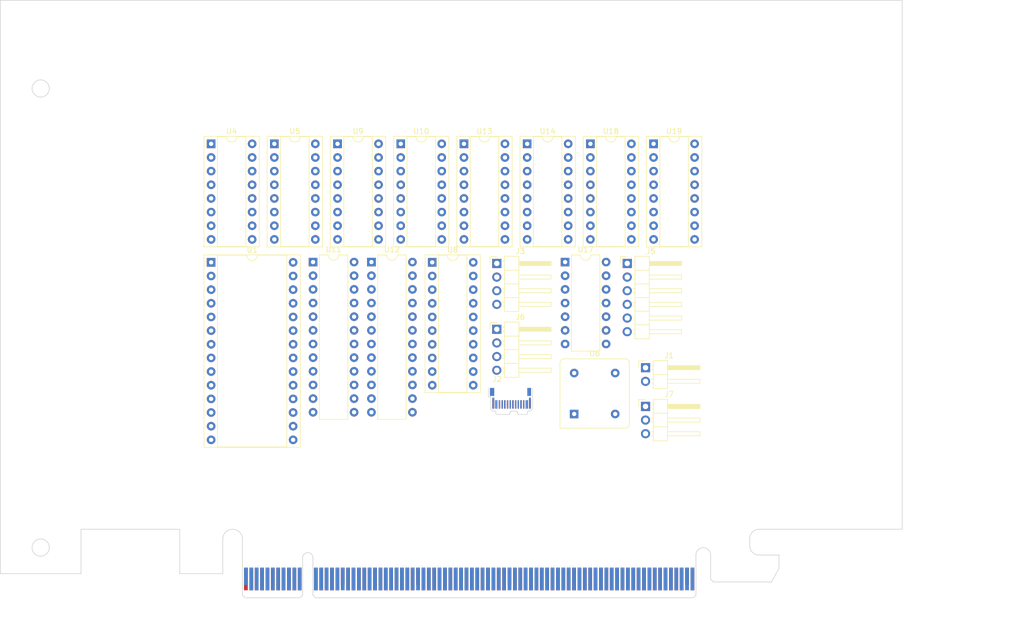
<source format=kicad_pcb>
(kicad_pcb (version 20240108) (generator "pcbnew") (generator_version "8.0")
  (layers (0 "F.Cu" signal) (31 "B.Cu" signal) (34 "B.Paste" user) (35 "F.Paste" user) (36 "B.SilkS" user "B.Silkscreen") (37 "F.SilkS" user "F.Silkscreen") (38 "B.Mask" user) (39 "F.Mask" user) (44 "Edge.Cuts" user))
  (net 0 "")
  (net 1 "GND")
  (net 2 "Net-(J1-Pin_1)")
  (net 3 "Net-(J3-Pin_3)")
  (net 4 "Net-(J3-Pin_2)")
  (net 5 "VCC")
  (net 6 "/~{LED_TX}")
  (net 7 "/~{USB_CFG}")
  (net 8 "/~{LED_RX}")
  (net 9 "/~{LED_I2C}")
  (net 10 "Net-(J2-D+)")
  (net 11 "Net-(J2-D-)")
  (net 12 "Net-(J7-Pin_2)")
  (net 13 "Net-(J7-Pin_1)")
  (net 15 "/D7")
  (net 16 "/D3")
  (net 17 "TxD")
  (net 18 "RxD")
  (net 19 "/~{RES}")
  (net 21 "/CLK")
  (net 22 "/~{IOCS1}")
  (net 23 "/D4")
  (net 25 "/D0")
  (net 26 "/~{WR}")
  (net 27 "/D2")
  (net 28 "/~{IRQ1}")
  (net 29 "/~{DSR}")
  (net 30 "/D5")
  (net 31 "/D1")
  (net 32 "/XTAL1")
  (net 33 "/A0")
  (net 34 "/D6")
  (net 35 "/A1")
  (net 37 "Net-(U14-S3)")
  (net 39 "/~{TX_START}")
  (net 40 "/~{TX_COMPLETE}")
  (net 42 "Net-(U14-S2)")
  (net 43 "Net-(U14-S4)")
  (net 45 "/~{BAUD_CLK}")
  (net 46 "/~{CTEN}")
  (net 49 "Net-(U14-S1)")
  (net 51 "Net-(U19-~{RCO})")
  (net 54 "/Q6")
  (net 55 "/Q5")
  (net 57 "Net-(U10-CLK)")
  (net 58 "/~{BAUD_LOAD}")
  (net 61 "/Q4")
  (net 62 "/Q7")
  (net 63 "/CR5")
  (net 64 "/CR1")
  (net 65 "/CR6")
  (net 66 "/CR7")
  (net 67 "/CTL_REG_WR")
  (net 68 "/CR4")
  (net 69 "/CR3")
  (net 70 "/CR2")
  (net 71 "/CR0")
  (net 72 "/Q15")
  (net 75 "/Q14")
  (net 76 "Net-(U10-~{RCO})")
  (net 77 "/Q13")
  (net 79 "/Q12")
  (net 84 "/Q9")
  (net 86 "/Q8")
  (net 87 "/Q10")
  (net 91 "/Q11")
  (net 94 "/Q0")
  (net 95 "/Q3")
  (net 96 "/~{CTL_REG_WR}")
  (net 104 "Net-(U17-VUSB)")
  (net 105 "Net-(U18-C1+)")
  (net 106 "Net-(U18-C2+)")
  (net 111 "Net-(U18-C1-)")
  (net 112 "Net-(U18-VS-)")
  (net 113 "Net-(U18-C2-)")
  (net 114 "Net-(U18-VS+)")
  (footprint "Package_DIP:DIP-24_W7.62mm" (layer "F.Cu") (at 126.535 88.265)
    (property "Reference" "U12" (at 3.81 -2.33 0) (layer "F.SilkS"))
    (property "Value" "ATF22V10")
    (pad "1" thru_hole rect (at 0 0) (size 1.6 1.6) (drill 0.8) (layers "*.Cu" "*.Mask") (net 5 "VCC"))
    (pad "2" thru_hole oval (at 0 2.54) (size 1.6 1.6) (drill 0.8) (layers "*.Cu" "*.Mask") (net 71 "/CR0"))
    (pad "3" thru_hole oval (at 0 5.08) (size 1.6 1.6) (drill 0.8) (layers "*.Cu" "*.Mask") (net 64 "/CR1"))
    (pad "4" thru_hole oval (at 0 7.62) (size 1.6 1.6) (drill 0.8) (layers "*.Cu" "*.Mask") (net 70 "/CR2"))
    (pad "5" thru_hole oval (at 0 10.16) (size 1.6 1.6) (drill 0.8) (layers "*.Cu" "*.Mask") (net 69 "/CR3"))
    (pad "6" thru_hole oval (at 0 12.7) (size 1.6 1.6) (drill 0.8) (layers "*.Cu" "*.Mask") (net 96 "/~{CTL_REG_WR}"))
    (pad "7" thru_hole oval (at 0 15.24) (size 1.6 1.6) (drill 0.8) (layers "*.Cu" "*.Mask") (net 39 "/~{TX_START}"))
    (pad "8" thru_hole oval (at 0 17.78) (size 1.6 1.6) (drill 0.8) (layers "*.Cu" "*.Mask") (net 40 "/~{TX_COMPLETE}"))
    (pad "9" thru_hole oval (at 0 20.32) (size 1.6 1.6) (drill 0.8) (layers "*.Cu" "*.Mask") (net 1 "GND"))
    (pad "10" thru_hole oval (at 0 22.86) (size 1.6 1.6) (drill 0.8) (layers "*.Cu" "*.Mask") (net 1 "GND"))
    (pad "11" thru_hole oval (at 0 25.4) (size 1.6 1.6) (drill 0.8) (layers "*.Cu" "*.Mask") (net 1 "GND"))
    (pad "12" thru_hole oval (at 0 27.94) (size 1.6 1.6) (drill 0.8) (layers "*.Cu" "*.Mask") (net 1 "GND"))
    (pad "13" thru_hole oval (at 7.62 27.94) (size 1.6 1.6) (drill 0.8) (layers "*.Cu" "*.Mask") (net 45 "/~{BAUD_CLK}"))
    (pad "14" thru_hole oval (at 7.62 25.4) (size 1.6 1.6) (drill 0.8) (layers "*.Cu" "*.Mask") (net 29 "/~{DSR}"))
    (pad "15" thru_hole oval (at 7.62 22.86) (size 1.6 1.6) (drill 0.8) (layers "*.Cu" "*.Mask") (net 58 "/~{BAUD_LOAD}"))
    (pad "16" thru_hole oval (at 7.62 20.32) (size 1.6 1.6) (drill 0.8) (layers "*.Cu" "*.Mask") (net 46 "/~{CTEN}"))
    (pad "17" thru_hole oval (at 7.62 17.78) (size 1.6 1.6) (drill 0.8) (layers "*.Cu" "*.Mask") (net 67 "/CTL_REG_WR"))
    (pad "18" thru_hole oval (at 7.62 15.24) (size 1.6 1.6) (drill 0.8) (layers "*.Cu" "*.Mask") (net 94 "/Q0"))
    (pad "19" thru_hole oval (at 7.62 12.7) (size 1.6 1.6) (drill 0.8) (layers "*.Cu" "*.Mask") (net 95 "/Q3"))
    (pad "20" thru_hole oval (at 7.62 10.16) (size 1.6 1.6) (drill 0.8) (layers "*.Cu" "*.Mask") (net 61 "/Q4"))
    (pad "21" thru_hole oval (at 7.62 7.62) (size 1.6 1.6) (drill 0.8) (layers "*.Cu" "*.Mask") (net 55 "/Q5"))
    (pad "22" thru_hole oval (at 7.62 5.08) (size 1.6 1.6) (drill 0.8) (layers "*.Cu" "*.Mask") (net 54 "/Q6"))
    (pad "23" thru_hole oval (at 7.62 2.54) (size 1.6 1.6) (drill 0.8) (layers "*.Cu" "*.Mask") (net 62 "/Q7"))
    (pad "24" thru_hole oval (at 7.62 0) (size 1.6 1.6) (drill 0.8) (layers "*.Cu" "*.Mask") (net 5 "VCC"))
  )
  (footprint "Connector_USB:USB_C_Plug_JAE_DX07P024AJ1" (layer "F.Cu") (at 152.5875 113.595)
    (property "Reference" "J2" (at -2.6925 -3.54 0) (layer "F.SilkS"))
    (property "Value" "USB_C")
    (fp_line (start -4.3 -1.93) (end -4.3 -0.2275) (stroke (width 0.1)) (layer "Edge.Cuts"))
    (fp_line (start -4.3 -0.2275) (end -3.9 -0.2275) (stroke (width 0.1)) (layer "Edge.Cuts"))
    (fp_line (start -3.9 1.9225) (end -3.9 -0.2275) (stroke (width 0.1)) (layer "Edge.Cuts"))
    (fp_line (start -3.53 2.3725) (end -3.9 1.9225) (stroke (width 0.1)) (layer "Edge.Cuts"))
    (fp_line (start -3.125 2.3725) (end -3.53 2.3725) (stroke (width 0.1)) (layer "Edge.Cuts"))
    (fp_line (start -2.925 2.8225) (end -2.925 2.5725) (stroke (width 0.1)) (layer "Edge.Cuts"))
    (fp_line (start -0.5 3.0225) (end -2.725 3.0225) (stroke (width 0.1)) (layer "Edge.Cuts"))
    (fp_line (start -0.3 2.6225) (end -0.3 2.8225) (stroke (width 0.1)) (layer "Edge.Cuts"))
    (fp_line (start -0.1 2.4225) (end 0.9 2.4225) (stroke (width 0.1)) (layer "Edge.Cuts"))
    (fp_line (start 1.1 2.8225) (end 1.1 2.6225) (stroke (width 0.1)) (layer "Edge.Cuts"))
    (fp_line (start 1.3 3.0225) (end 2.725 3.0225) (stroke (width 0.1)) (layer "Edge.Cuts"))
    (fp_line (start 2.925 2.8225) (end 2.925 2.5725) (stroke (width 0.1)) (layer "Edge.Cuts"))
    (fp_line (start 3.125 2.3725) (end 3.575 2.3725) (stroke (width 0.1)) (layer "Edge.Cuts"))
    (fp_line (start 3.575 2.3725) (end 3.9 1.9225) (stroke (width 0.1)) (layer "Edge.Cuts"))
    (fp_line (start 3.9 1.9225) (end 3.9 -1.9175) (stroke (width 0.1)) (layer "Edge.Cuts"))
    (fp_arc (start -3.125 2.3725) (mid -2.983579 2.431079) (end -2.925 2.5725) (stroke (width 0.1)) (layer "Edge.Cuts"))
    (fp_arc (start -2.725 3.0225) (mid -2.866421 2.963921) (end -2.925 2.8225) (stroke (width 0.1)) (layer "Edge.Cuts"))
    (fp_arc (start -0.3 2.6225) (mid -0.241421 2.481079) (end -0.1 2.4225) (stroke (width 0.1)) (layer "Edge.Cuts"))
    (fp_arc (start -0.3 2.8225) (mid -0.358579 2.963921) (end -0.5 3.0225) (stroke (width 0.1)) (layer "Edge.Cuts"))
    (fp_arc (start 0.9 2.4225) (mid 1.041421 2.481079) (end 1.1 2.6225) (stroke (width 0.1)) (layer "Edge.Cuts"))
    (fp_arc (start 1.3 3.0225) (mid 1.158579 2.963921) (end 1.1 2.8225) (stroke (width 0.1)) (layer "Edge.Cuts"))
    (fp_arc (start 2.925 2.5725) (mid 2.983579 2.431079) (end 3.125 2.3725) (stroke (width 0.1)) (layer "Edge.Cuts"))
    (fp_arc (start 2.925 2.8225) (mid 2.866421 2.963921) (end 2.725 3.0225) (stroke (width 0.1)) (layer "Edge.Cuts"))
    (pad "" smd rect (at -3.405 1.0475) (size 0.36 1.75) (layers "F.Cu" "F.Mask"))
    (pad "" smd rect (at 3.405 1.0475) (size 0.36 1.75) (layers "F.Cu" "F.Mask"))
    (pad "A1" smd rect (at 2.825 1.1475) (size 0.41 1.55) (layers "F.Cu" "F.Paste" "F.Mask"))
    (pad "A2" smd rect (at 2.25 1.1475) (size 0.26 1.55) (layers "F.Cu" "F.Paste" "F.Mask"))
    (pad "A3" smd rect (at 1.75 1.1475) (size 0.26 1.55) (layers "F.Cu" "F.Paste" "F.Mask"))
    (pad "A4" smd rect (at 1.25 1.1475) (size 0.26 1.55) (layers "F.Cu" "F.Paste" "F.Mask"))
    (pad "A5" smd rect (at 0.75 1.1475) (size 0.26 1.55) (layers "F.Cu" "F.Paste" "F.Mask"))
    (pad "A6" smd rect (at 0.25 1.1475 180) (size 0.26 1.55) (layers "F.Cu" "F.Paste" "F.Mask"))
    (pad "A7" smd rect (at -0.25 1.1475 180) (size 0.26 1.55) (layers "F.Cu" "F.Paste" "F.Mask"))
    (pad "A8" smd rect (at -0.75 1.1475) (size 0.26 1.55) (layers "F.Cu" "F.Paste" "F.Mask"))
    (pad "A9" smd rect (at -1.25 1.1475) (size 0.26 1.55) (layers "F.Cu" "F.Paste" "F.Mask"))
    (pad "A10" smd rect (at -1.75 1.1475) (size 0.26 1.55) (layers "F.Cu" "F.Paste" "F.Mask"))
    (pad "A11" smd rect (at -2.25 1.1475) (size 0.26 1.55) (layers "F.Cu" "F.Paste" "F.Mask"))
    (pad "A12" smd rect (at -2.825 1.1475) (size 0.41 1.55) (layers "F.Cu" "F.Paste" "F.Mask"))
    (pad "B1" smd rect (at -2.825 1.1475) (size 0.41 1.55) (layers "B.Cu" "B.Paste" "B.Mask"))
    (pad "B2" smd rect (at -2.25 1.1475) (size 0.26 1.55) (layers "B.Cu" "B.Paste" "B.Mask"))
    (pad "B3" smd rect (at -1.75 1.1475) (size 0.26 1.55) (layers "B.Cu" "B.Paste" "B.Mask"))
    (pad "B4" smd rect (at -1.25 1.1475) (size 0.26 1.55) (layers "B.Cu" "B.Paste" "B.Mask"))
    (pad "B5" smd rect (at -0.75 1.1475) (size 0.26 1.55) (layers "B.Cu" "B.Paste" "B.Mask"))
    (pad "B6" smd rect (at -0.25 1.1475 180) (size 0.26 1.55) (layers "B.Cu" "B.Paste" "B.Mask"))
    (pad "B7" smd rect (at 0.25 1.1475) (size 0.26 1.55) (layers "B.Cu" "B.Paste" "B.Mask"))
    (pad "B8" smd rect (at 0.75 1.1475) (size 0.26 1.55) (layers "B.Cu" "B.Paste" "B.Mask"))
    (pad "B9" smd rect (at 1.25 1.1475) (size 0.26 1.55) (layers "B.Cu" "B.Paste" "B.Mask"))
    (pad "B10" smd rect (at 1.75 1.1475) (size 0.26 1.55) (layers "B.Cu" "B.Paste" "B.Mask"))
    (pad "B11" smd rect (at 2.25 1.1475) (size 0.26 1.55) (layers "B.Cu" "B.Paste" "B.Mask"))
    (pad "B12" smd rect (at 2.825 1.1475) (size 0.41 1.55) (layers "B.Cu" "B.Paste" "B.Mask"))
    (pad "S1" smd rect (at -3.625 -1.1725) (size 0.8 1.5) (layers "B.Cu" "B.Paste" "B.Mask"))
    (pad "S1" smd rect (at -3.405 0.8975) (size 0.36 2.05) (layers "B.Cu" "B.Paste" "B.Mask"))
    (pad "S1" smd rect (at 3.27 -1.1725 180) (size 0.7 1.5) (layers "B.Cu" "B.Paste" "B.Mask"))
    (pad "S1" smd rect (at 3.405 0.8975) (size 0.36 2.05) (layers "B.Cu" "B.Paste" "B.Mask"))
  )
  (footprint "Oscillator:Oscillator_DIP-8" (layer "F.Cu") (at 164.225 116.525)
    (property "Reference" "U6" (at 3.81 -11.26 0) (layer "F.SilkS"))
    (property "Value" "1.8432 MHz")
    (pad "1" thru_hole rect (at 0 0) (size 1.6 1.6) (drill 0.8) (layers "*.Cu" "*.Mask") (net 5 "VCC"))
    (pad "4" thru_hole circle (at 7.62 0) (size 1.6 1.6) (drill 0.8) (layers "*.Cu" "*.Mask") (net 1 "GND"))
    (pad "5" thru_hole circle (at 7.62 -7.62) (size 1.6 1.6) (drill 0.8) (layers "*.Cu" "*.Mask") (net 32 "/XTAL1"))
    (pad "8" thru_hole circle (at 0 -7.62) (size 1.6 1.6) (drill 0.8) (layers "*.Cu" "*.Mask") (net 5 "VCC"))
  )
  (footprint "Package_DIP:DIP-16_W7.62mm_Socket" (layer "F.Cu") (at 178.985 66.265)
    (property "Reference" "U19" (at 3.81 -2.33 0) (layer "F.SilkS"))
    (property "Value" "74HC191")
    (pad "1" thru_hole rect (at 0 0) (size 1.6 1.6) (drill 0.8) (layers "*.Cu" "*.Mask") (net 1 "GND"))
    (pad "2" thru_hole oval (at 0 2.54) (size 1.6 1.6) (drill 0.8) (layers "*.Cu" "*.Mask"))
    (pad "3" thru_hole oval (at 0 5.08) (size 1.6 1.6) (drill 0.8) (layers "*.Cu" "*.Mask"))
    (pad "4" thru_hole oval (at 0 7.62) (size 1.6 1.6) (drill 0.8) (layers "*.Cu" "*.Mask") (net 46 "/~{CTEN}"))
    (pad "5" thru_hole oval (at 0 10.16) (size 1.6 1.6) (drill 0.8) (layers "*.Cu" "*.Mask") (net 5 "VCC"))
    (pad "6" thru_hole oval (at 0 12.7) (size 1.6 1.6) (drill 0.8) (layers "*.Cu" "*.Mask"))
    (pad "7" thru_hole oval (at 0 15.24) (size 1.6 1.6) (drill 0.8) (layers "*.Cu" "*.Mask"))
    (pad "8" thru_hole oval (at 0 17.78) (size 1.6 1.6) (drill 0.8) (layers "*.Cu" "*.Mask") (net 1 "GND"))
    (pad "9" thru_hole oval (at 7.62 17.78) (size 1.6 1.6) (drill 0.8) (layers "*.Cu" "*.Mask") (net 95 "/Q3"))
    (pad "10" thru_hole oval (at 7.62 15.24) (size 1.6 1.6) (drill 0.8) (layers "*.Cu" "*.Mask") (net 1 "GND"))
    (pad "11" thru_hole oval (at 7.62 12.7) (size 1.6 1.6) (drill 0.8) (layers "*.Cu" "*.Mask") (net 58 "/~{BAUD_LOAD}"))
    (pad "12" thru_hole oval (at 7.62 10.16) (size 1.6 1.6) (drill 0.8) (layers "*.Cu" "*.Mask"))
    (pad "13" thru_hole oval (at 7.62 7.62) (size 1.6 1.6) (drill 0.8) (layers "*.Cu" "*.Mask") (net 51 "Net-(U19-~{RCO})"))
    (pad "14" thru_hole oval (at 7.62 5.08) (size 1.6 1.6) (drill 0.8) (layers "*.Cu" "*.Mask") (net 32 "/XTAL1"))
    (pad "15" thru_hole oval (at 7.62 2.54) (size 1.6 1.6) (drill 0.8) (layers "*.Cu" "*.Mask") (net 94 "/Q0"))
    (pad "16" thru_hole oval (at 7.62 0) (size 1.6 1.6) (drill 0.8) (layers "*.Cu" "*.Mask") (net 5 "VCC"))
  )
  (footprint "Connector_PinHeader_2.54mm:PinHeader_1x04_P2.54mm_Horizontal" (layer "F.Cu") (at 149.835 88.515)
    (property "Reference" "J3" (at 4.385 -2.27 0) (layer "F.SilkS"))
    (property "Value" "I2C")
    (pad "1" thru_hole rect (at 0 0) (size 1.7 1.7) (drill 1) (layers "*.Cu" "*.Mask") (net 5 "VCC"))
    (pad "2" thru_hole oval (at 0 2.54) (size 1.7 1.7) (drill 1) (layers "*.Cu" "*.Mask") (net 4 "Net-(J3-Pin_2)"))
    (pad "3" thru_hole oval (at 0 5.08) (size 1.7 1.7) (drill 1) (layers "*.Cu" "*.Mask") (net 3 "Net-(J3-Pin_3)"))
    (pad "4" thru_hole oval (at 0 7.62) (size 1.7 1.7) (drill 1) (layers "*.Cu" "*.Mask") (net 1 "GND"))
  )
  (footprint "Connector_PinHeader_2.54mm:PinHeader_1x03_P2.54mm_Horizontal" (layer "F.Cu") (at 177.485 115.115)
    (property "Reference" "J7" (at 4.385 -2.27 0) (layer "F.SilkS"))
    (property "Value" "I2C")
    (pad "1" thru_hole rect (at 0 0) (size 1.7 1.7) (drill 1) (layers "*.Cu" "*.Mask") (net 13 "Net-(J7-Pin_1)"))
    (pad "2" thru_hole oval (at 0 2.54) (size 1.7 1.7) (drill 1) (layers "*.Cu" "*.Mask") (net 12 "Net-(J7-Pin_2)"))
    (pad "3" thru_hole oval (at 0 5.08) (size 1.7 1.7) (drill 1) (layers "*.Cu" "*.Mask") (net 1 "GND"))
  )
  (footprint "Package_DIP:DIP-16_W7.62mm_Socket" (layer "F.Cu") (at 131.985 66.265)
    (property "Reference" "U10" (at 3.81 -2.33 0) (layer "F.SilkS"))
    (property "Value" "74HC191")
    (pad "1" thru_hole rect (at 0 0) (size 1.6 1.6) (drill 0.8) (layers "*.Cu" "*.Mask") (net 84 "/Q9"))
    (pad "2" thru_hole oval (at 0 2.54) (size 1.6 1.6) (drill 0.8) (layers "*.Cu" "*.Mask"))
    (pad "3" thru_hole oval (at 0 5.08) (size 1.6 1.6) (drill 0.8) (layers "*.Cu" "*.Mask"))
    (pad "4" thru_hole oval (at 0 7.62) (size 1.6 1.6) (drill 0.8) (layers "*.Cu" "*.Mask") (net 46 "/~{CTEN}"))
    (pad "5" thru_hole oval (at 0 10.16) (size 1.6 1.6) (drill 0.8) (layers "*.Cu" "*.Mask") (net 5 "VCC"))
    (pad "6" thru_hole oval (at 0 12.7) (size 1.6 1.6) (drill 0.8) (layers "*.Cu" "*.Mask"))
    (pad "7" thru_hole oval (at 0 15.24) (size 1.6 1.6) (drill 0.8) (layers "*.Cu" "*.Mask"))
    (pad "8" thru_hole oval (at 0 17.78) (size 1.6 1.6) (drill 0.8) (layers "*.Cu" "*.Mask") (net 1 "GND"))
    (pad "9" thru_hole oval (at 7.62 17.78) (size 1.6 1.6) (drill 0.8) (layers "*.Cu" "*.Mask") (net 91 "/Q11"))
    (pad "10" thru_hole oval (at 7.62 15.24) (size 1.6 1.6) (drill 0.8) (layers "*.Cu" "*.Mask") (net 87 "/Q10"))
    (pad "11" thru_hole oval (at 7.62 12.7) (size 1.6 1.6) (drill 0.8) (layers "*.Cu" "*.Mask") (net 58 "/~{BAUD_LOAD}"))
    (pad "12" thru_hole oval (at 7.62 10.16) (size 1.6 1.6) (drill 0.8) (layers "*.Cu" "*.Mask"))
    (pad "13" thru_hole oval (at 7.62 7.62) (size 1.6 1.6) (drill 0.8) (layers "*.Cu" "*.Mask") (net 76 "Net-(U10-~{RCO})"))
    (pad "14" thru_hole oval (at 7.62 5.08) (size 1.6 1.6) (drill 0.8) (layers "*.Cu" "*.Mask") (net 57 "Net-(U10-CLK)"))
    (pad "15" thru_hole oval (at 7.62 2.54) (size 1.6 1.6) (drill 0.8) (layers "*.Cu" "*.Mask") (net 86 "/Q8"))
    (pad "16" thru_hole oval (at 7.62 0) (size 1.6 1.6) (drill 0.8) (layers "*.Cu" "*.Mask") (net 5 "VCC"))
  )
  (footprint "Connector_PinHeader_2.54mm:PinHeader_1x02_P2.54mm_Horizontal" (layer "F.Cu") (at 177.485 107.915)
    (property "Reference" "J1" (at 4.385 -2.27 0) (layer "F.SilkS"))
    (property "Value" "USB_RST")
    (pad "1" thru_hole rect (at 0 0) (size 1.7 1.7) (drill 1) (layers "*.Cu" "*.Mask") (net 2 "Net-(J1-Pin_1)"))
    (pad "2" thru_hole oval (at 0 2.54) (size 1.7 1.7) (drill 1) (layers "*.Cu" "*.Mask") (net 1 "GND"))
  )
  (footprint "Package_DIP:DIP-28_W15.24mm_Socket" (layer "F.Cu") (at 96.735 88.315)
    (property "Reference" "U1" (at 7.62 -2.33 0) (layer "F.SilkS"))
    (property "Value" "W65C51NxP")
    (pad "1" thru_hole rect (at 0 0) (size 1.6 1.6) (drill 0.8) (layers "*.Cu" "*.Mask") (net 1 "GND"))
    (pad "2" thru_hole oval (at 0 2.54) (size 1.6 1.6) (drill 0.8) (layers "*.Cu" "*.Mask") (net 5 "VCC"))
    (pad "3" thru_hole oval (at 0 5.08) (size 1.6 1.6) (drill 0.8) (layers "*.Cu" "*.Mask") (net 22 "/~{IOCS1}"))
    (pad "4" thru_hole oval (at 0 7.62) (size 1.6 1.6) (drill 0.8) (layers "*.Cu" "*.Mask") (net 19 "/~{RES}"))
    (pad "5" thru_hole oval (at 0 10.16) (size 1.6 1.6) (drill 0.8) (layers "*.Cu" "*.Mask"))
    (pad "6" thru_hole oval (at 0 12.7) (size 1.6 1.6) (drill 0.8) (layers "*.Cu" "*.Mask") (net 32 "/XTAL1"))
    (pad "7" thru_hole oval (at 0 15.24) (size 1.6 1.6) (drill 0.8) (layers "*.Cu" "*.Mask"))
    (pad "8" thru_hole oval (at 0 17.78) (size 1.6 1.6) (drill 0.8) (layers "*.Cu" "*.Mask"))
    (pad "9" thru_hole oval (at 0 20.32) (size 1.6 1.6) (drill 0.8) (layers "*.Cu" "*.Mask") (net 1 "GND"))
    (pad "10" thru_hole oval (at 0 22.86) (size 1.6 1.6) (drill 0.8) (layers "*.Cu" "*.Mask") (net 17 "TxD"))
    (pad "11" thru_hole oval (at 0 25.4) (size 1.6 1.6) (drill 0.8) (layers "*.Cu" "*.Mask"))
    (pad "12" thru_hole oval (at 0 27.94) (size 1.6 1.6) (drill 0.8) (layers "*.Cu" "*.Mask") (net 18 "RxD"))
    (pad "13" thru_hole oval (at 0 30.48) (size 1.6 1.6) (drill 0.8) (layers "*.Cu" "*.Mask") (net 33 "/A0"))
    (pad "14" thru_hole oval (at 0 33.02) (size 1.6 1.6) (drill 0.8) (layers "*.Cu" "*.Mask") (net 35 "/A1"))
    (pad "15" thru_hole oval (at 15.24 33.02) (size 1.6 1.6) (drill 0.8) (layers "*.Cu" "*.Mask") (net 5 "VCC"))
    (pad "16" thru_hole oval (at 15.24 30.48) (size 1.6 1.6) (drill 0.8) (layers "*.Cu" "*.Mask") (net 1 "GND"))
    (pad "17" thru_hole oval (at 15.24 27.94) (size 1.6 1.6) (drill 0.8) (layers "*.Cu" "*.Mask") (net 29 "/~{DSR}"))
    (pad "18" thru_hole oval (at 15.24 25.4) (size 1.6 1.6) (drill 0.8) (layers "*.Cu" "*.Mask") (net 25 "/D0"))
    (pad "19" thru_hole oval (at 15.24 22.86) (size 1.6 1.6) (drill 0.8) (layers "*.Cu" "*.Mask") (net 31 "/D1"))
    (pad "20" thru_hole oval (at 15.24 20.32) (size 1.6 1.6) (drill 0.8) (layers "*.Cu" "*.Mask") (net 27 "/D2"))
    (pad "21" thru_hole oval (at 15.24 17.78) (size 1.6 1.6) (drill 0.8) (layers "*.Cu" "*.Mask") (net 16 "/D3"))
    (pad "22" thru_hole oval (at 15.24 15.24) (size 1.6 1.6) (drill 0.8) (layers "*.Cu" "*.Mask") (net 23 "/D4"))
    (pad "23" thru_hole oval (at 15.24 12.7) (size 1.6 1.6) (drill 0.8) (layers "*.Cu" "*.Mask") (net 30 "/D5"))
    (pad "24" thru_hole oval (at 15.24 10.16) (size 1.6 1.6) (drill 0.8) (layers "*.Cu" "*.Mask") (net 34 "/D6"))
    (pad "25" thru_hole oval (at 15.24 7.62) (size 1.6 1.6) (drill 0.8) (layers "*.Cu" "*.Mask") (net 15 "/D7"))
    (pad "26" thru_hole oval (at 15.24 5.08) (size 1.6 1.6) (drill 0.8) (layers "*.Cu" "*.Mask") (net 28 "/~{IRQ1}"))
    (pad "27" thru_hole oval (at 15.24 2.54) (size 1.6 1.6) (drill 0.8) (layers "*.Cu" "*.Mask") (net 21 "/CLK"))
    (pad "28" thru_hole oval (at 15.24 0) (size 1.6 1.6) (drill 0.8) (layers "*.Cu" "*.Mask") (net 26 "/~{WR}"))
  )
  (footprint "Package_DIP:DIP-16_W7.62mm_Socket" (layer "F.Cu") (at 143.735 66.265)
    (property "Reference" "U13" (at 3.81 -2.33 0) (layer "F.SilkS"))
    (property "Value" "74HC138")
    (pad "1" thru_hole rect (at 0 0) (size 1.6 1.6) (drill 0.8) (layers "*.Cu" "*.Mask") (net 33 "/A0"))
    (pad "2" thru_hole oval (at 0 2.54) (size 1.6 1.6) (drill 0.8) (layers "*.Cu" "*.Mask") (net 35 "/A1"))
    (pad "3" thru_hole oval (at 0 5.08) (size 1.6 1.6) (drill 0.8) (layers "*.Cu" "*.Mask") (net 1 "GND"))
    (pad "4" thru_hole oval (at 0 7.62) (size 1.6 1.6) (drill 0.8) (layers "*.Cu" "*.Mask") (net 26 "/~{WR}"))
    (pad "5" thru_hole oval (at 0 10.16) (size 1.6 1.6) (drill 0.8) (layers "*.Cu" "*.Mask") (net 22 "/~{IOCS1}"))
    (pad "6" thru_hole oval (at 0 12.7) (size 1.6 1.6) (drill 0.8) (layers "*.Cu" "*.Mask") (net 5 "VCC"))
    (pad "7" thru_hole oval (at 0 15.24) (size 1.6 1.6) (drill 0.8) (layers "*.Cu" "*.Mask"))
    (pad "8" thru_hole oval (at 0 17.78) (size 1.6 1.6) (drill 0.8) (layers "*.Cu" "*.Mask") (net 1 "GND"))
    (pad "9" thru_hole oval (at 7.62 17.78) (size 1.6 1.6) (drill 0.8) (layers "*.Cu" "*.Mask"))
    (pad "10" thru_hole oval (at 7.62 15.24) (size 1.6 1.6) (drill 0.8) (layers "*.Cu" "*.Mask"))
    (pad "11" thru_hole oval (at 7.62 12.7) (size 1.6 1.6) (drill 0.8) (layers "*.Cu" "*.Mask"))
    (pad "12" thru_hole oval (at 7.62 10.16) (size 1.6 1.6) (drill 0.8) (layers "*.Cu" "*.Mask") (net 96 "/~{CTL_REG_WR}"))
    (pad "13" thru_hole oval (at 7.62 7.62) (size 1.6 1.6) (drill 0.8) (layers "*.Cu" "*.Mask"))
    (pad "14" thru_hole oval (at 7.62 5.08) (size 1.6 1.6) (drill 0.8) (layers "*.Cu" "*.Mask"))
    (pad "15" thru_hole oval (at 7.62 2.54) (size 1.6 1.6) (drill 0.8) (layers "*.Cu" "*.Mask") (net 39 "/~{TX_START}"))
    (pad "16" thru_hole oval (at 7.62 0) (size 1.6 1.6) (drill 0.8) (layers "*.Cu" "*.Mask") (net 5 "VCC"))
  )
  (footprint "Package_DIP:DIP-14_W7.62mm" (layer "F.Cu") (at 162.535 88.265)
    (property "Reference" "U17" (at 3.81 -2.33 0) (layer "F.SilkS"))
    (property "Value" "MCP2221AxP")
    (pad "1" thru_hole rect (at 0 0) (size 1.6 1.6) (drill 0.8) (layers "*.Cu" "*.Mask") (net 5 "VCC"))
    (pad "2" thru_hole oval (at 0 2.54) (size 1.6 1.6) (drill 0.8) (layers "*.Cu" "*.Mask") (net 6 "/~{LED_TX}"))
    (pad "3" thru_hole oval (at 0 5.08) (size 1.6 1.6) (drill 0.8) (layers "*.Cu" "*.Mask") (net 8 "/~{LED_RX}"))
    (pad "4" thru_hole oval (at 0 7.62) (size 1.6 1.6) (drill 0.8) (layers "*.Cu" "*.Mask") (net 2 "Net-(J1-Pin_1)"))
    (pad "5" thru_hole oval (at 0 10.16) (size 1.6 1.6) (drill 0.8) (layers "*.Cu" "*.Mask") (net 17 "TxD"))
    (pad "6" thru_hole oval (at 0 12.7) (size 1.6 1.6) (drill 0.8) (layers "*.Cu" "*.Mask") (net 18 "RxD"))
    (pad "7" thru_hole oval (at 0 15.24) (size 1.6 1.6) (drill 0.8) (layers "*.Cu" "*.Mask") (net 7 "/~{USB_CFG}"))
    (pad "8" thru_hole oval (at 7.62 15.24) (size 1.6 1.6) (drill 0.8) (layers "*.Cu" "*.Mask") (net 9 "/~{LED_I2C}"))
    (pad "9" thru_hole oval (at 7.62 12.7) (size 1.6 1.6) (drill 0.8) (layers "*.Cu" "*.Mask") (net 4 "Net-(J3-Pin_2)"))
    (pad "10" thru_hole oval (at 7.62 10.16) (size 1.6 1.6) (drill 0.8) (layers "*.Cu" "*.Mask") (net 3 "Net-(J3-Pin_3)"))
    (pad "11" thru_hole oval (at 7.62 7.62) (size 1.6 1.6) (drill 0.8) (layers "*.Cu" "*.Mask") (net 104 "Net-(U17-VUSB)"))
    (pad "12" thru_hole oval (at 7.62 5.08) (size 1.6 1.6) (drill 0.8) (layers "*.Cu" "*.Mask") (net 11 "Net-(J2-D-)"))
    (pad "13" thru_hole oval (at 7.62 2.54) (size 1.6 1.6) (drill 0.8) (layers "*.Cu" "*.Mask") (net 10 "Net-(J2-D+)"))
    (pad "14" thru_hole oval (at 7.62 0) (size 1.6 1.6) (drill 0.8) (layers "*.Cu" "*.Mask") (net 1 "GND"))
  )
  (footprint "Connector_PinHeader_2.54mm:PinHeader_1x04_P2.54mm_Horizontal" (layer "F.Cu") (at 149.835 100.765)
    (property "Reference" "J6" (at 4.385 -2.27 0) (layer "F.SilkS"))
    (property "Value" "I2C")
    (pad "1" thru_hole rect (at 0 0) (size 1.7 1.7) (drill 1) (layers "*.Cu" "*.Mask") (net 5 "VCC"))
    (pad "2" thru_hole oval (at 0 2.54) (size 1.7 1.7) (drill 1) (layers "*.Cu" "*.Mask") (net 10 "Net-(J2-D+)"))
    (pad "3" thru_hole oval (at 0 5.08) (size 1.7 1.7) (drill 1) (layers "*.Cu" "*.Mask") (net 11 "Net-(J2-D-)"))
    (pad "4" thru_hole oval (at 0 7.62) (size 1.7 1.7) (drill 1) (layers "*.Cu" "*.Mask") (net 1 "GND"))
  )
  (footprint "BB816-MATX-PCIE:PCIexpress_x16_HW_FH" (layer "F.Cu") (at 102.7 150.72)
    (property "Reference" "J3" (hide yes))
    (property "Value" "BB816_BreakoutA27_PCIex16")
    (fp_line (start -45.15 -111.15) (end -45.15 -4.5) (stroke (width 0.12)) (layer "Edge.Cuts"))
    (fp_line (start -45.15 -111.15) (end 122.5 -111.15) (stroke (width 0.12)) (layer "Edge.Cuts"))
    (fp_line (start -30.15 -12.75) (end -11.8 -12.75) (stroke (width 0.12)) (layer "Edge.Cuts"))
    (fp_line (start -30.15 -4.5) (end -45.15 -4.5) (stroke (width 0.12)) (layer "Edge.Cuts"))
    (fp_line (start -30.15 -4.5) (end -30.15 -12.75) (stroke (width 0.12)) (layer "Edge.Cuts"))
    (fp_line (start -11.8 -4.5) (end -11.8 -12.75) (stroke (width 0.12)) (layer "Edge.Cuts"))
    (fp_line (start -11.8 -4.5) (end -3.8 -4.5) (stroke (width 0.12)) (layer "Edge.Cuts"))
    (fp_line (start -3.8 -4.5) (end -3.8 -10.925) (stroke (width 0.12)) (layer "Edge.Cuts"))
    (fp_line (start -0.15 -0.5) (end -0.15 -10.925) (stroke (width 0.12)) (layer "Edge.Cuts"))
    (fp_line (start -0.15 -0.5) (end 0.35 0) (stroke (width 0.12)) (layer "Edge.Cuts"))
    (fp_line (start 0.35 0) (end 10.55 0) (stroke (width 0.12)) (layer "Edge.Cuts"))
    (fp_line (start 11.05 -7.45) (end 11.05 -0.5) (stroke (width 0.12)) (layer "Edge.Cuts"))
    (fp_line (start 11.05 -0.5) (end 10.55 0) (stroke (width 0.12)) (layer "Edge.Cuts"))
    (fp_line (start 12.95 -7.45) (end 12.95 -0.5) (stroke (width 0.12)) (layer "Edge.Cuts"))
    (fp_line (start 12.95 -0.5) (end 13.45 0) (stroke (width 0.12)) (layer "Edge.Cuts"))
    (fp_line (start 13.45 0) (end 83.65 0) (stroke (width 0.12)) (layer "Edge.Cuts"))
    (fp_line (start 84.15 -0.5) (end 83.65 0) (stroke (width 0.12)) (layer "Edge.Cuts"))
    (fp_line (start 84.15 -0.5) (end 84.15 -7.95) (stroke (width 0.12)) (layer "Edge.Cuts"))
    (fp_line (start 86.9 -3.45) (end 86.9 -7.95) (stroke (width 0.12)) (layer "Edge.Cuts"))
    (fp_line (start 86.9 -3.45) (end 87.4 -2.95) (stroke (width 0.12)) (layer "Edge.Cuts"))
    (fp_line (start 87.4 -2.95) (end 98.2 -2.95) (stroke (width 0.12)) (layer "Edge.Cuts"))
    (fp_line (start 94.15 -11) (end 94.15 -9.7) (stroke (width 0.12)) (layer "Edge.Cuts"))
    (fp_line (start 95.9 -12.75) (end 122.5 -12.75) (stroke (width 0.12)) (layer "Edge.Cuts"))
    (fp_line (start 95.9 -7.95) (end 99.6 -7.95) (stroke (width 0.12)) (layer "Edge.Cuts"))
    (fp_line (start 98.2 -2.95) (end 99.6 -5.5) (stroke (width 0.12)) (layer "Edge.Cuts"))
    (fp_line (start 99.6 -5.5) (end 99.6 -7.95) (stroke (width 0.12)) (layer "Edge.Cuts"))
    (fp_line (start 122.5 -111.15) (end 122.5 -12.75) (stroke (width 0.12)) (layer "Edge.Cuts"))
    (fp_arc (start -3.8 -10.925) (mid -1.975 -12.75) (end -0.15 -10.925) (stroke (width 0.12)) (layer "Edge.Cuts"))
    (fp_arc (start 11.05 -7.45) (mid 12 -8.4) (end 12.95 -7.45) (stroke (width 0.12)) (layer "Edge.Cuts"))
    (fp_arc (start 84.15 -7.95) (mid 85.525 -9.325) (end 86.9 -7.95) (stroke (width 0.12)) (layer "Edge.Cuts"))
    (fp_arc (start 94.15 -11) (mid 94.662563 -12.237437) (end 95.9 -12.75) (stroke (width 0.12)) (layer "Edge.Cuts"))
    (fp_arc (start 95.9 -7.95) (mid 94.662563 -8.462563) (end 94.15 -9.7) (stroke (width 0.12)) (layer "Edge.Cuts"))
    (fp_circle (center -37.65 -94.75) (end -36.05 -94.75) (stroke (width 0.12)) (fill none) (layer "Edge.Cuts"))
    (fp_circle (center -37.65 -9.35) (end -36.05 -9.35) (stroke (width 0.12)) (fill none) (layer "Edge.Cuts"))
    (pad "A1" connect rect (at 0.5 -4) (size 0.7 3.2) (layers "B.Cu"))
    (pad "A2" connect rect (at 1.5 -3.5) (size 0.7 4.2) (layers "B.Cu"))
    (pad "A3" connect rect (at 2.5 -3.5) (size 0.7 4.2) (layers "B.Cu"))
    (pad "A4" connect rect (at 3.5 -3.5) (size 0.7 4.2) (layers "B.Cu"))
    (pad "A5" connect rect (at 4.5 -3.5) (size 0.7 4.2) (layers "B.Cu"))
    (pad "A6" connect rect (at 5.5 -3.5) (size 0.7 4.2) (layers "B.Cu"))
    (pad "A7" connect rect (at 6.5 -3.5) (size 0.7 4.2) (layers "B.Cu"))
    (pad "A8" connect rect (at 7.5 -3.5) (size 0.7 4.2) (layers "B.Cu"))
    (pad "A9" connect rect (at 8.5 -3.5) (size 0.7 4.2) (layers "B.Cu"))
    (pad "A10" connect rect (at 9.5 -3.5) (size 0.7 4.2) (layers "B.Cu"))
    (pad "A11" connect rect (at 10.5 -3.5) (size 0.7 4.2) (layers "B.Cu"))
    (pad "A12" connect rect (at 13.5 -3.5) (size 0.7 4.2) (layers "B.Cu"))
    (pad "A13" connect rect (at 14.5 -3.5) (size 0.7 4.2) (layers "B.Cu"))
    (pad "A14" connect rect (at 15.5 -3.5) (size 0.7 4.2) (layers "B.Cu"))
    (pad "A15" connect rect (at 16.5 -3.5) (size 0.7 4.2) (layers "B.Cu"))
    (pad "A16" connect rect (at 17.5 -3.5) (size 0.7 4.2) (layers "B.Cu"))
    (pad "A17" connect rect (at 18.5 -3.5) (size 0.7 4.2) (layers "B.Cu"))
    (pad "A18" connect rect (at 19.5 -3.5) (size 0.7 4.2) (layers "B.Cu"))
    (pad "A19" connect rect (at 20.5 -3.5) (size 0.7 4.2) (layers "B.Cu"))
    (pad "A20" connect rect (at 21.5 -3.5) (size 0.7 4.2) (layers "B.Cu"))
    (pad "A21" connect rect (at 22.5 -3.5) (size 0.7 4.2) (layers "B.Cu"))
    (pad "A22" connect rect (at 23.5 -3.5) (size 0.7 4.2) (layers "B.Cu"))
    (pad "A23" connect rect (at 24.5 -3.5) (size 0.7 4.2) (layers "B.Cu"))
    (pad "A24" connect rect (at 25.5 -3.5) (size 0.7 4.2) (layers "B.Cu"))
    (pad "A25" connect rect (at 26.5 -3.5) (size 0.7 4.2) (layers "B.Cu"))
    (pad "A26" connect rect (at 27.5 -3.5) (size 0.7 4.2) (layers "B.Cu"))
    (pad "A27" connect rect (at 28.5 -3.5) (size 0.7 4.2) (layers "B.Cu"))
    (pad "A28" connect rect (at 29.5 -3.5) (size 0.7 4.2) (layers "B.Cu"))
    (pad "A29" connect rect (at 30.5 -3.5) (size 0.7 4.2) (layers "B.Cu"))
    (pad "A30" connect rect (at 31.5 -3.5) (size 0.7 4.2) (layers "B.Cu"))
    (pad "A31" connect rect (at 32.5 -3.5) (size 0.7 4.2) (layers "B.Cu"))
    (pad "A32" connect rect (at 33.5 -3.5) (size 0.7 4.2) (layers "B.Cu"))
    (pad "A33" connect rect (at 34.5 -3.5) (size 0.7 4.2) (layers "B.Cu"))
    (pad "A34" connect rect (at 35.5 -3.5) (size 0.7 4.2) (layers "B.Cu"))
    (pad "A35" connect rect (at 36.5 -3.5) (size 0.7 4.2) (layers "B.Cu"))
    (pad "A36" connect rect (at 37.5 -3.5) (size 0.7 4.2) (layers "B.Cu"))
    (pad "A37" connect rect (at 38.5 -3.5) (size 0.7 4.2) (layers "B.Cu"))
    (pad "A38" connect rect (at 39.5 -3.5) (size 0.7 4.2) (layers "B.Cu"))
    (pad "A39" connect rect (at 40.5 -3.5) (size 0.7 4.2) (layers "B.Cu"))
    (pad "A40" connect rect (at 41.5 -3.5) (size 0.7 4.2) (layers "B.Cu"))
    (pad "A41" connect rect (at 42.5 -3.5) (size 0.7 4.2) (layers "B.Cu"))
    (pad "A42" connect rect (at 43.5 -3.5) (size 0.7 4.2) (layers "B.Cu"))
    (pad "A43" connect rect (at 44.5 -3.5) (size 0.7 4.2) (layers "B.Cu"))
    (pad "A44" connect rect (at 45.5 -3.5) (size 0.7 4.2) (layers "B.Cu"))
    (pad "A45" connect rect (at 46.5 -3.5) (size 0.7 4.2) (layers "B.Cu"))
    (pad "A46" connect rect (at 47.5 -3.5) (size 0.7 4.2) (layers "B.Cu"))
    (pad "A47" connect rect (at 48.5 -3.5) (size 0.7 4.2) (layers "B.Cu"))
    (pad "A48" connect rect (at 49.5 -3.5) (size 0.7 4.2) (layers "B.Cu"))
    (pad "A49" connect rect (at 50.5 -3.5) (size 0.7 4.2) (layers "B.Cu"))
    (pad "A50" connect rect (at 51.5 -3.5) (size 0.7 4.2) (layers "B.Cu"))
    (pad "A51" connect rect (at 52.5 -3.5) (size 0.7 4.2) (layers "B.Cu"))
    (pad "A52" connect rect (at 53.5 -3.5) (size 0.7 4.2) (layers "B.Cu"))
    (pad "A53" connect rect (at 54.5 -3.5) (size 0.7 4.2) (layers "B.Cu"))
    (pad "A54" connect rect (at 55.5 -3.5) (size 0.7 4.2) (layers "B.Cu"))
    (pad "A55" connect rect (at 56.5 -3.5) (size 0.7 4.2) (layers "B.Cu"))
    (pad "A56" connect rect (at 57.5 -3.5) (size 0.7 4.2) (layers "B.Cu"))
    (pad "A57" connect rect (at 58.5 -3.5) (size 0.7 4.2) (layers "B.Cu"))
    (pad "A58" connect rect (at 59.5 -3.5) (size 0.7 4.2) (layers "B.Cu"))
    (pad "A59" connect rect (at 60.5 -3.5) (size 0.7 4.2) (layers "B.Cu"))
    (pad "A60" connect rect (at 61.5 -3.5) (size 0.7 4.2) (layers "B.Cu"))
    (pad "A61" connect rect (at 62.5 -3.5) (size 0.7 4.2) (layers "B.Cu"))
    (pad "A62" connect rect (at 63.5 -3.5) (size 0.7 4.2) (layers "B.Cu"))
    (pad "A63" connect rect (at 64.5 -3.5) (size 0.7 4.2) (layers "B.Cu"))
    (pad "A64" connect rect (at 65.5 -3.5) (size 0.7 4.2) (layers "B.Cu"))
    (pad "A65" connect rect (at 66.5 -3.5) (size 0.7 4.2) (layers "B.Cu"))
    (pad "A66" connect rect (at 67.5 -3.5) (size 0.7 4.2) (layers "B.Cu"))
    (pad "A67" connect rect (at 68.5 -3.5) (size 0.7 4.2) (layers "B.Cu"))
    (pad "A68" connect rect (at 69.5 -3.5) (size 0.7 4.2) (layers "B.Cu"))
    (pad "A69" connect rect (at 70.5 -3.5) (size 0.7 4.2) (layers "B.Cu"))
    (pad "A70" connect rect (at 71.5 -3.5) (size 0.7 4.2) (layers "B.Cu"))
    (pad "A71" connect rect (at 72.5 -3.5) (size 0.7 4.2) (layers "B.Cu"))
    (pad "A72" connect rect (at 73.5 -3.5) (size 0.7 4.2) (layers "B.Cu"))
    (pad "A73" connect rect (at 74.5 -3.5) (size 0.7 4.2) (layers "B.Cu"))
    (pad "A74" connect rect (at 75.5 -3.5) (size 0.7 4.2) (layers "B.Cu"))
    (pad "A75" connect rect (at 76.5 -3.5) (size 0.7 4.2) (layers "B.Cu"))
    (pad "A76" connect rect (at 77.5 -3.5) (size 0.7 4.2) (layers "B.Cu"))
    (pad "A77" connect rect (at 78.5 -3.5) (size 0.7 4.2) (layers "B.Cu"))
    (pad "A78" connect rect (at 79.5 -3.5) (size 0.7 4.2) (layers "B.Cu"))
    (pad "A79" connect rect (at 80.5 -3.5) (size 0.7 4.2) (layers "B.Cu"))
    (pad "A80" connect rect (at 81.5 -3.5) (size 0.7 4.2) (layers "B.Cu"))
    (pad "A81" connect rect (at 82.5 -3.5) (size 0.7 4.2) (layers "B.Cu"))
    (pad "A82" connect rect (at 83.5 -3.5) (size 0.7 4.2) (layers "B.Cu"))
    (pad "B1" connect rect (at 0.5 -3.5) (size 0.7 4.2) (layers "F.Cu"))
    (pad "B2" connect rect (at 1.5 -3.5) (size 0.7 4.2) (layers "F.Cu"))
    (pad "B3" connect rect (at 2.5 -3.5) (size 0.7 4.2) (layers "F.Cu"))
    (pad "B4" connect rect (at 3.5 -3.5) (size 0.7 4.2) (layers "F.Cu"))
    (pad "B5" connect rect (at 4.5 -3.5) (size 0.7 4.2) (layers "F.Cu"))
    (pad "B6" connect rect (at 5.5 -3.5) (size 0.7 4.2) (layers "F.Cu"))
    (pad "B7" connect rect (at 6.5 -3.5) (size 0.7 4.2) (layers "F.Cu"))
    (pad "B8" connect rect (at 7.5 -3.5) (size 0.7 4.2) (layers "F.Cu"))
    (pad "B9" connect rect (at 8.5 -3.5) (size 0.7 4.2) (layers "F.Cu"))
    (pad "B10" connect rect (at 9.5 -3.5) (size 0.7 4.2) (layers "F.Cu"))
    (pad "B11" connect rect (at 10.5 -3.5) (size 0.7 4.2) (layers "F.Cu"))
    (pad "B12" connect rect (at 13.5 -3.5) (size 0.7 4.2) (layers "F.Cu"))
    (pad "B13" connect rect (at 14.5 -3.5) (size 0.7 4.2) (layers "F.Cu"))
    (pad "B14" connect rect (at 15.5 -3.5) (size 0.7 4.2) (layers "F.Cu"))
    (pad "B15" connect rect (at 16.5 -3.5) (size 0.7 4.2) (layers "F.Cu"))
    (pad "B16" connect rect (at 17.5 -3.5) (size 0.7 4.2) (layers "F.Cu"))
    (pad "B17" connect rect (at 18.5 -4) (size 0.7 3.2) (layers "F.Cu"))
    (pad "B18" connect rect (at 19.5 -3.5) (size 0.7 4.2) (layers "F.Cu"))
    (pad "B19" connect rect (at 20.5 -3.5) (size 0.7 4.2) (layers "F.Cu"))
    (pad "B20" connect rect (at 21.5 -3.5) (size 0.7 4.2) (layers "F.Cu"))
    (pad "B21" connect rect (at 22.5 -3.5) (size 0.7 4.2) (layers "F.Cu"))
    (pad "B22" connect rect (at 23.5 -3.5) (size 0.7 4.2) (layers "F.Cu"))
    (pad "B23" connect rect (at 24.5 -3.5) (size 0.7 4.2) (layers "F.Cu"))
    (pad "B24" connect rect (at 25.5 -3.5) (size 0.7 4.2) (layers "F.Cu"))
    (pad "B25" connect rect (at 26.5 -3.5) (size 0.7 4.2) (layers "F.Cu"))
    (pad "B26" connect rect (at 27.5 -3.5) (size 0.7 4.2) (layers "F.Cu"))
    (pad "B27" connect rect (at 28.5 -3.5) (size 0.7 4.2) (layers "F.Cu"))
    (pad "B28" connect rect (at 29.5 -3.5) (size 0.7 4.2) (layers "F.Cu"))
    (pad "B29" connect rect (at 30.5 -3.5) (size 0.7 4.2) (layers "F.Cu"))
    (pad "B30" connect rect (at 31.5 -3.5) (size 0.7 4.2) (layers "F.Cu"))
    (pad "B31" connect rect (at 32.5 -4) (size 0.7 3.2) (layers "F.Cu"))
    (pad "B32" connect rect (at 33.5 -3.5) (size 0.7 4.2) (layers "F.Cu"))
    (pad "B33" connect rect (at 34.5 -3.5) (size 0.7 4.2) (layers "F.Cu"))
    (pad "B34" connect rect (at 35.5 -3.5) (size 0.7 4.2) (layers "F.Cu"))
    (pad "B35" connect rect (at 36.5 -3.5) (size 0.7 4.2) (layers "F.Cu"))
    (pad "B36" connect rect (at 37.5 -3.5) (size 0.7 4.2) (layers "F.Cu"))
    (pad "B37" connect rect (at 38.5 -3.5) (size 0.7 4.2) (layers "F.Cu"))
    (pad "B38" connect rect (at 39.5 -3.5) (size 0.7 4.2) (layers "F.Cu"))
    (pad "B39" connect rect (at 40.5 -3.5) (size 0.7 4.2) (layers "F.Cu"))
    (pad "B40" connect rect (at 41.5 -3.5) (size 0.7 4.2) (layers "F.Cu"))
    (pad "B41" connect rect (at 42.5 -3.5) (size 0.7 4.2) (layers "F.Cu"))
    (pad "B42" connect rect (at 43.5 -3.5) (size 0.7 4.2) (layers "F.Cu"))
    (pad "B43" connect rect (at 44.5 -3.5) (size 0.7 4.2) (layers "F.Cu"))
    (pad "B44" connect rect (at 45.5 -3.5) (size 0.7 4.2) (layers "F.Cu"))
    (pad "B45" connect rect (at 46.5 -3.5) (size 0.7 4.2) (layers "F.Cu"))
    (pad "B46" connect rect (at 47.5 -3.5) (size 0.7 4.2) (layers "F.Cu"))
    (pad "B47" connect rect (at 48.5 -3.5) (size 0.7 4.2) (layers "F.Cu"))
    (pad "B48" connect rect (at 49.5 -4) (size 0.7 3.2) (layers "F.Cu"))
    (pad "B49" connect rect (at 50.5 -3.5) (size 0.7 4.2) (layers "F.Cu"))
    (pad "B50" connect rect (at 51.5 -3.5) (size 0.7 4.2) (layers "F.Cu"))
    (pad "B51" connect rect (at 52.5 -3.5) (size 0.7 4.2) (layers "F.Cu"))
    (pad "B52" connect rect (at 53.5 -3.5) (size 0.7 4.2) (layers "F.Cu"))
    (pad "B53" connect rect (at 54.5 -3.5) (size 0.7 4.2) (layers "F.Cu"))
    (pad "B54" connect rect (at 55.5 -3.5) (size 0.7 4.2) (layers "F.Cu"))
    (pad "B55" connect rect (at 56.5 -3.5) (size 0.7 4.2) (layers "F.Cu"))
    (pad "B56" connect rect (at 57.5 -3.5) (size 0.7 4.2) (layers "F.Cu"))
    (pad "B57" connect rect (at 58.5 -3.5) (size 0.7 4.2) (layers "F.Cu"))
    (pad "B58" connect rect (at 59.5 -3.5) (size 0.7 4.2) (layers "F.Cu"))
    (pad "B59" connect rect (at 60.5 -3.5) (size 0.7 4.2) (layers "F.Cu"))
    (pad "B60" connect rect (at 61.5 -3.5) (size 0.7 4.2) (layers "F.Cu"))
    (pad "B61" connect rect (at 62.5 -3.5) (size 0.7 4.2) (layers "F.Cu"))
    (pad "B62" connect rect (at 63.5 -3.5) (size 0.7 4.2) (layers "F.Cu"))
    (pad "B63" connect rect (at 64.5 -3.5) (size 0.7 4.2) (layers "F.Cu"))
    (pad "B64" connect rect (at 65.5 -3.5) (size 0.7 4.2) (layers "F.Cu"))
    (pad "B65" connect rect (at 66.5 -3.5) (size 0.7 4.2) (layers "F.Cu"))
    (pad "B66" connect rect (at 67.5 -3.5) (size 0.7 4.2) (layers "F.Cu"))
    (pad "B67" connect rect (at 68.5 -3.5) (size 0.7 4.2) (layers "F.Cu"))
    (pad "B68" connect rect (at 69.5 -3.5) (size 0.7 4.2) (layers "F.Cu"))
    (pad "B69" connect rect (at 70.5 -3.5) (size 0.7 4.2) (layers "F.Cu"))
    (pad "B70" connect rect (at 71.5 -3.5) (size 0.7 4.2) (layers "F.Cu"))
    (pad "B71" connect rect (at 72.5 -3.5) (size 0.7 4.2) (layers "F.Cu"))
    (pad "B72" connect rect (at 73.5 -3.5) (size 0.7 4.2) (layers "F.Cu"))
    (pad "B73" connect rect (at 74.5 -3.5) (size 0.7 4.2) (layers "F.Cu"))
    (pad "B74" connect rect (at 75.5 -3.5) (size 0.7 4.2) (layers "F.Cu"))
    (pad "B75" connect rect (at 76.5 -3.5) (size 0.7 4.2) (layers "F.Cu"))
    (pad "B76" connect rect (at 77.5 -3.5) (size 0.7 4.2) (layers "F.Cu"))
    (pad "B77" connect rect (at 78.5 -3.5) (size 0.7 4.2) (layers "F.Cu"))
    (pad "B78" connect rect (at 79.5 -3.5) (size 0.7 4.2) (layers "F.Cu"))
    (pad "B79" connect rect (at 80.5 -3.5) (size 0.7 4.2) (layers "F.Cu"))
    (pad "B80" connect rect (at 81.5 -3.5) (size 0.7 4.2) (layers "F.Cu"))
    (pad "B81" connect rect (at 82.5 -4) (size 0.7 3.2) (layers "F.Cu"))
    (pad "B82" connect rect (at 83.5 -3.5) (size 0.7 4.2) (layers "F.Cu"))
  )
  (footprint "Package_DIP:DIP-24_W7.62mm" (layer "F.Cu") (at 115.685 88.265)
    (property "Reference" "U11" (at 3.81 -2.33 0) (layer "F.SilkS"))
    (property "Value" "ATF22V10")
    (pad "1" thru_hole rect (at 0 0) (size 1.6 1.6) (drill 0.8) (layers "*.Cu" "*.Mask") (net 5 "VCC"))
    (pad "2" thru_hole oval (at 0 2.54) (size 1.6 1.6) (drill 0.8) (layers "*.Cu" "*.Mask") (net 71 "/CR0"))
    (pad "3" thru_hole oval (at 0 5.08) (size 1.6 1.6) (drill 0.8) (layers "*.Cu" "*.Mask") (net 64 "/CR1"))
    (pad "4" thru_hole oval (at 0 7.62) (size 1.6 1.6) (drill 0.8) (layers "*.Cu" "*.Mask") (net 70 "/CR2"))
    (pad "5" thru_hole oval (at 0 10.16) (size 1.6 1.6) (drill 0.8) (layers "*.Cu" "*.Mask") (net 69 "/CR3"))
    (pad "6" thru_hole oval (at 0 12.7) (size 1.6 1.6) (drill 0.8) (layers "*.Cu" "*.Mask"))
    (pad "7" thru_hole oval (at 0 15.24) (size 1.6 1.6) (drill 0.8) (layers "*.Cu" "*.Mask"))
    (pad "8" thru_hole oval (at 0 17.78) (size 1.6 1.6) (drill 0.8) (layers "*.Cu" "*.Mask") (net 1 "GND"))
    (pad "9" thru_hole oval (at 0 20.32) (size 1.6 1.6) (drill 0.8) (layers "*.Cu" "*.Mask") (net 1 "GND"))
    (pad "10" thru_hole oval (at 0 22.86) (size 1.6 1.6) (drill 0.8) (layers "*.Cu" "*.Mask") (net 1 "GND"))
    (pad "11" thru_hole oval (at 0 25.4) (size 1.6 1.6) (drill 0.8) (layers "*.Cu" "*.Mask") (net 1 "GND"))
    (pad "12" thru_hole oval (at 0 27.94) (size 1.6 1.6) (drill 0.8) (layers "*.Cu" "*.Mask") (net 1 "GND"))
    (pad "13" thru_hole oval (at 7.62 27.94) (size 1.6 1.6) (drill 0.8) (layers "*.Cu" "*.Mask") (net 1 "GND"))
    (pad "14" thru_hole oval (at 7.62 25.4) (size 1.6 1.6) (drill 0.8) (layers "*.Cu" "*.Mask") (net 46 "/~{CTEN}"))
    (pad "15" thru_hole oval (at 7.62 22.86) (size 1.6 1.6) (drill 0.8) (layers "*.Cu" "*.Mask") (net 67 "/CTL_REG_WR"))
    (pad "16" thru_hole oval (at 7.62 20.32) (size 1.6 1.6) (drill 0.8) (layers "*.Cu" "*.Mask") (net 86 "/Q8"))
    (pad "17" thru_hole oval (at 7.62 17.78) (size 1.6 1.6) (drill 0.8) (layers "*.Cu" "*.Mask") (net 84 "/Q9"))
    (pad "18" thru_hole oval (at 7.62 15.24) (size 1.6 1.6) (drill 0.8) (layers "*.Cu" "*.Mask") (net 87 "/Q10"))
    (pad "19" thru_hole oval (at 7.62 12.7) (size 1.6 1.6) (drill 0.8) (layers "*.Cu" "*.Mask") (net 91 "/Q11"))
    (pad "20" thru_hole oval (at 7.62 10.16) (size 1.6 1.6) (drill 0.8) (layers "*.Cu" "*.Mask") (net 79 "/Q12"))
    (pad "21" thru_hole oval (at 7.62 7.62) (size 1.6 1.6) (drill 0.8) (layers "*.Cu" "*.Mask") (net 77 "/Q13"))
    (pad "22" thru_hole oval (at 7.62 5.08) (size 1.6 1.6) (drill 0.8) (layers "*.Cu" "*.Mask") (net 75 "/Q14"))
    (pad "23" thru_hole oval (at 7.62 2.54) (size 1.6 1.6) (drill 0.8) (layers "*.Cu" "*.Mask") (net 72 "/Q15"))
    (pad "24" thru_hole oval (at 7.62 0) (size 1.6 1.6) (drill 0.8) (layers "*.Cu" "*.Mask") (net 5 "VCC"))
  )
  (footprint "Package_DIP:DIP-16_W7.62mm_Socket" (layer "F.Cu") (at 167.235 66.265)
    (property "Reference" "U18" (at 3.81 -2.33 0) (layer "F.SilkS"))
    (property "Value" "MAX232")
    (pad "1" thru_hole rect (at 0 0) (size 1.6 1.6) (drill 0.8) (layers "*.Cu" "*.Mask") (net 105 "Net-(U18-C1+)"))
    (pad "2" thru_hole oval (at 0 2.54) (size 1.6 1.6) (drill 0.8) (layers "*.Cu" "*.Mask") (net 114 "Net-(U18-VS+)"))
    (pad "3" thru_hole oval (at 0 5.08) (size 1.6 1.6) (drill 0.8) (layers "*.Cu" "*.Mask") (net 111 "Net-(U18-C1-)"))
    (pad "4" thru_hole oval (at 0 7.62) (size 1.6 1.6) (drill 0.8) (layers "*.Cu" "*.Mask") (net 106 "Net-(U18-C2+)"))
    (pad "5" thru_hole oval (at 0 10.16) (size 1.6 1.6) (drill 0.8) (layers "*.Cu" "*.Mask") (net 113 "Net-(U18-C2-)"))
    (pad "6" thru_hole oval (at 0 12.7) (size 1.6 1.6) (drill 0.8) (layers "*.Cu" "*.Mask") (net 112 "Net-(U18-VS-)"))
    (pad "7" thru_hole oval (at 0 15.24) (size 1.6 1.6) (drill 0.8) (layers "*.Cu" "*.Mask"))
    (pad "8" thru_hole oval (at 0 17.78) (size 1.6 1.6) (drill 0.8) (layers "*.Cu" "*.Mask"))
    (pad "9" thru_hole oval (at 7.62 17.78) (size 1.6 1.6) (drill 0.8) (layers "*.Cu" "*.Mask"))
    (pad "10" thru_hole oval (at 7.62 15.24) (size 1.6 1.6) (drill 0.8) (layers "*.Cu" "*.Mask"))
    (pad "11" thru_hole oval (at 7.62 12.7) (size 1.6 1.6) (drill 0.8) (layers "*.Cu" "*.Mask") (net 17 "TxD"))
    (pad "12" thru_hole oval (at 7.62 10.16) (size 1.6 1.6) (drill 0.8) (layers "*.Cu" "*.Mask") (net 18 "RxD"))
    (pad "13" thru_hole oval (at 7.62 7.62) (size 1.6 1.6) (drill 0.8) (layers "*.Cu" "*.Mask") (net 12 "Net-(J7-Pin_2)"))
    (pad "14" thru_hole oval (at 7.62 5.08) (size 1.6 1.6) (drill 0.8) (layers "*.Cu" "*.Mask") (net 13 "Net-(J7-Pin_1)"))
    (pad "15" thru_hole oval (at 7.62 2.54) (size 1.6 1.6) (drill 0.8) (layers "*.Cu" "*.Mask") (net 1 "GND"))
    (pad "16" thru_hole oval (at 7.62 0) (size 1.6 1.6) (drill 0.8) (layers "*.Cu" "*.Mask") (net 5 "VCC"))
  )
  (footprint "Package_DIP:DIP-16_W7.62mm_Socket" (layer "F.Cu") (at 108.485 66.265)
    (property "Reference" "U5" (at 3.81 -2.33 0) (layer "F.SilkS"))
    (property "Value" "74HC191")
    (pad "1" thru_hole rect (at 0 0) (size 1.6 1.6) (drill 0.8) (layers "*.Cu" "*.Mask") (net 55 "/Q5"))
    (pad "2" thru_hole oval (at 0 2.54) (size 1.6 1.6) (drill 0.8) (layers "*.Cu" "*.Mask"))
    (pad "3" thru_hole oval (at 0 5.08) (size 1.6 1.6) (drill 0.8) (layers "*.Cu" "*.Mask"))
    (pad "4" thru_hole oval (at 0 7.62) (size 1.6 1.6) (drill 0.8) (layers "*.Cu" "*.Mask") (net 46 "/~{CTEN}"))
    (pad "5" thru_hole oval (at 0 10.16) (size 1.6 1.6) (drill 0.8) (layers "*.Cu" "*.Mask") (net 5 "VCC"))
    (pad "6" thru_hole oval (at 0 12.7) (size 1.6 1.6) (drill 0.8) (layers "*.Cu" "*.Mask"))
    (pad "7" thru_hole oval (at 0 15.24) (size 1.6 1.6) (drill 0.8) (layers "*.Cu" "*.Mask"))
    (pad "8" thru_hole oval (at 0 17.78) (size 1.6 1.6) (drill 0.8) (layers "*.Cu" "*.Mask") (net 1 "GND"))
    (pad "9" thru_hole oval (at 7.62 17.78) (size 1.6 1.6) (drill 0.8) (layers "*.Cu" "*.Mask") (net 62 "/Q7"))
    (pad "10" thru_hole oval (at 7.62 15.24) (size 1.6 1.6) (drill 0.8) (layers "*.Cu" "*.Mask") (net 54 "/Q6"))
    (pad "11" thru_hole oval (at 7.62 12.7) (size 1.6 1.6) (drill 0.8) (layers "*.Cu" "*.Mask") (net 58 "/~{BAUD_LOAD}"))
    (pad "12" thru_hole oval (at 7.62 10.16) (size 1.6 1.6) (drill 0.8) (layers "*.Cu" "*.Mask"))
    (pad "13" thru_hole oval (at 7.62 7.62) (size 1.6 1.6) (drill 0.8) (layers "*.Cu" "*.Mask") (net 57 "Net-(U10-CLK)"))
    (pad "14" thru_hole oval (at 7.62 5.08) (size 1.6 1.6) (drill 0.8) (layers "*.Cu" "*.Mask") (net 51 "Net-(U19-~{RCO})"))
    (pad "15" thru_hole oval (at 7.62 2.54) (size 1.6 1.6) (drill 0.8) (layers "*.Cu" "*.Mask") (net 61 "/Q4"))
    (pad "16" thru_hole oval (at 7.62 0) (size 1.6 1.6) (drill 0.8) (layers "*.Cu" "*.Mask"))
  )
  (footprint "Package_DIP:DIP-16_W7.62mm_Socket" (layer "F.Cu") (at 96.735 66.265)
    (property "Reference" "U4" (at 3.81 -2.33 0) (layer "F.SilkS"))
    (property "Value" "74HC191")
    (pad "1" thru_hole rect (at 0 0) (size 1.6 1.6) (drill 0.8) (layers "*.Cu" "*.Mask") (net 42 "Net-(U14-S2)"))
    (pad "2" thru_hole oval (at 0 2.54) (size 1.6 1.6) (drill 0.8) (layers "*.Cu" "*.Mask"))
    (pad "3" thru_hole oval (at 0 5.08) (size 1.6 1.6) (drill 0.8) (layers "*.Cu" "*.Mask"))
    (pad "4" thru_hole oval (at 0 7.62) (size 1.6 1.6) (drill 0.8) (layers "*.Cu" "*.Mask") (net 46 "/~{CTEN}"))
    (pad "5" thru_hole oval (at 0 10.16) (size 1.6 1.6) (drill 0.8) (layers "*.Cu" "*.Mask") (net 5 "VCC"))
    (pad "6" thru_hole oval (at 0 12.7) (size 1.6 1.6) (drill 0.8) (layers "*.Cu" "*.Mask"))
    (pad "7" thru_hole oval (at 0 15.24) (size 1.6 1.6) (drill 0.8) (layers "*.Cu" "*.Mask"))
    (pad "8" thru_hole oval (at 0 17.78) (size 1.6 1.6) (drill 0.8) (layers "*.Cu" "*.Mask") (net 1 "GND"))
    (pad "9" thru_hole oval (at 7.62 17.78) (size 1.6 1.6) (drill 0.8) (layers "*.Cu" "*.Mask") (net 43 "Net-(U14-S4)"))
    (pad "10" thru_hole oval (at 7.62 15.24) (size 1.6 1.6) (drill 0.8) (layers "*.Cu" "*.Mask") (net 37 "Net-(U14-S3)"))
    (pad "11" thru_hole oval (at 7.62 12.7) (size 1.6 1.6) (drill 0.8) (layers "*.Cu" "*.Mask") (net 39 "/~{TX_START}"))
    (pad "12" thru_hole oval (at 7.62 10.16) (size 1.6 1.6) (drill 0.8) (layers "*.Cu" "*.Mask"))
    (pad "13" thru_hole oval (at 7.62 7.62) (size 1.6 1.6) (drill 0.8) (layers "*.Cu" "*.Mask") (net 40 "/~{TX_COMPLETE}"))
    (pad "14" thru_hole oval (at 7.62 5.08) (size 1.6 1.6) (drill 0.8) (layers "*.Cu" "*.Mask") (net 45 "/~{BAUD_CLK}"))
    (pad "15" thru_hole oval (at 7.62 2.54) (size 1.6 1.6) (drill 0.8) (layers "*.Cu" "*.Mask") (net 49 "Net-(U14-S1)"))
    (pad "16" thru_hole oval (at 7.62 0) (size 1.6 1.6) (drill 0.8) (layers "*.Cu" "*.Mask") (net 5 "VCC"))
  )
  (footprint "Package_DIP:DIP-16_W7.62mm_Socket" (layer "F.Cu") (at 120.235 66.265)
    (property "Reference" "U9" (at 3.81 -2.33 0) (layer "F.SilkS"))
    (property "Value" "74HC191")
    (pad "1" thru_hole rect (at 0 0) (size 1.6 1.6) (drill 0.8) (layers "*.Cu" "*.Mask") (net 77 "/Q13"))
    (pad "2" thru_hole oval (at 0 2.54) (size 1.6 1.6) (drill 0.8) (layers "*.Cu" "*.Mask"))
    (pad "3" thru_hole oval (at 0 5.08) (size 1.6 1.6) (drill 0.8) (layers "*.Cu" "*.Mask"))
    (pad "4" thru_hole oval (at 0 7.62) (size 1.6 1.6) (drill 0.8) (layers "*.Cu" "*.Mask") (net 46 "/~{CTEN}"))
    (pad "5" thru_hole oval (at 0 10.16) (size 1.6 1.6) (drill 0.8) (layers "*.Cu" "*.Mask") (net 5 "VCC"))
    (pad "6" thru_hole oval (at 0 12.7) (size 1.6 1.6) (drill 0.8) (layers "*.Cu" "*.Mask"))
    (pad "7" thru_hole oval (at 0 15.24) (size 1.6 1.6) (drill 0.8) (layers "*.Cu" "*.Mask"))
    (pad "8" thru_hole oval (at 0 17.78) (size 1.6 1.6) (drill 0.8) (layers "*.Cu" "*.Mask") (net 1 "GND"))
    (pad "9" thru_hole oval (at 7.62 17.78) (size 1.6 1.6) (drill 0.8) (layers "*.Cu" "*.Mask") (net 72 "/Q15"))
    (pad "10" thru_hole oval (at 7.62 15.24) (size 1.6 1.6) (drill 0.8) (layers "*.Cu" "*.Mask") (net 75 "/Q14"))
    (pad "11" thru_hole oval (at 7.62 12.7) (size 1.6 1.6) (drill 0.8) (layers "*.Cu" "*.Mask") (net 58 "/~{BAUD_LOAD}"))
    (pad "12" thru_hole oval (at 7.62 10.16) (size 1.6 1.6) (drill 0.8) (layers "*.Cu" "*.Mask"))
    (pad "13" thru_hole oval (at 7.62 7.62) (size 1.6 1.6) (drill 0.8) (layers "*.Cu" "*.Mask") (net 45 "/~{BAUD_CLK}"))
    (pad "14" thru_hole oval (at 7.62 5.08) (size 1.6 1.6) (drill 0.8) (layers "*.Cu" "*.Mask") (net 76 "Net-(U10-~{RCO})"))
    (pad "15" thru_hole oval (at 7.62 2.54) (size 1.6 1.6) (drill 0.8) (layers "*.Cu" "*.Mask") (net 79 "/Q12"))
    (pad "16" thru_hole oval (at 7.62 0) (size 1.6 1.6) (drill 0.8) (layers "*.Cu" "*.Mask"))
  )
  (footprint "Package_DIP:DIP-20_W7.62mm_Socket" (layer "F.Cu") (at 137.835 88.315)
    (property "Reference" "U8" (at 3.81 -2.33 0) (layer "F.SilkS"))
    (property "Value" "74HC573")
    (pad "1" thru_hole rect (at 0 0) (size 1.6 1.6) (drill 0.8) (layers "*.Cu" "*.Mask") (net 1 "GND"))
    (pad "2" thru_hole oval (at 0 2.54) (size 1.6 1.6) (drill 0.8) (layers "*.Cu" "*.Mask") (net 25 "/D0"))
    (pad "3" thru_hole oval (at 0 5.08) (size 1.6 1.6) (drill 0.8) (layers "*.Cu" "*.Mask") (net 31 "/D1"))
    (pad "4" thru_hole oval (at 0 7.62) (size 1.6 1.6) (drill 0.8) (layers "*.Cu" "*.Mask") (net 27 "/D2"))
    (pad "5" thru_hole oval (at 0 10.16) (size 1.6 1.6) (drill 0.8) (layers "*.Cu" "*.Mask") (net 16 "/D3"))
    (pad "6" thru_hole oval (at 0 12.7) (size 1.6 1.6) (drill 0.8) (layers "*.Cu" "*.Mask") (net 23 "/D4"))
    (pad "7" thru_hole oval (at 0 15.24) (size 1.6 1.6) (drill 0.8) (layers "*.Cu" "*.Mask") (net 30 "/D5"))
    (pad "8" thru_hole oval (at 0 17.78) (size 1.6 1.6) (drill 0.8) (layers "*.Cu" "*.Mask") (net 34 "/D6"))
    (pad "9" thru_hole oval (at 0 20.32) (size 1.6 1.6) (drill 0.8) (layers "*.Cu" "*.Mask") (net 15 "/D7"))
    (pad "10" thru_hole oval (at 0 22.86) (size 1.6 1.6) (drill 0.8) (layers "*.Cu" "*.Mask") (net 1 "GND"))
    (pad "11" thru_hole oval (at 7.62 22.86) (size 1.6 1.6) (drill 0.8) (layers "*.Cu" "*.Mask") (net 67 "/CTL_REG_WR"))
    (pad "12" thru_hole oval (at 7.62 20.32) (size 1.6 1.6) (drill 0.8) (layers "*.Cu" "*.Mask") (net 66 "/CR7"))
    (pad "13" thru_hole oval (at 7.62 17.78) (size 1.6 1.6) (drill 0.8) (layers "*.Cu" "*.Mask") (net 65 "/CR6"))
    (pad "14" thru_hole oval (at 7.62 15.24) (size 1.6 1.6) (drill 0.8) (layers "*.Cu" "*.Mask") (net 63 "/CR5"))
    (pad "15" thru_hole oval (at 7.62 12.7) (size 1.6 1.6) (drill 0.8) (layers "*.Cu" "*.Mask") (net 68 "/CR4"))
    (pad "16" thru_hole oval (at 7.62 10.16) (size 1.6 1.6) (drill 0.8) (layers "*.Cu" "*.Mask") (net 69 "/CR3"))
    (pad "17" thru_hole oval (at 7.62 7.62) (size 1.6 1.6) (drill 0.8) (layers "*.Cu" "*.Mask") (net 70 "/CR2"))
    (pad "18" thru_hole oval (at 7.62 5.08) (size 1.6 1.6) (drill 0.8) (layers "*.Cu" "*.Mask") (net 64 "/CR1"))
    (pad "19" thru_hole oval (at 7.62 2.54) (size 1.6 1.6) (drill 0.8) (layers "*.Cu" "*.Mask") (net 71 "/CR0"))
    (pad "20" thru_hole oval (at 7.62 0) (size 1.6 1.6) (drill 0.8) (layers "*.Cu" "*.Mask") (net 5 "VCC"))
  )
  (footprint "Connector_PinHeader_2.54mm:PinHeader_1x06_P2.54mm_Horizontal" (layer "F.Cu") (at 174.085 88.515)
    (property "Reference" "J5" (at 4.385 -2.27 0) (layer "F.SilkS"))
    (property "Value" "USB_Status")
    (pad "1" thru_hole rect (at 0 0) (size 1.7 1.7) (drill 1) (layers "*.Cu" "*.Mask") (net 6 "/~{LED_TX}"))
    (pad "2" thru_hole oval (at 0 2.54) (size 1.7 1.7) (drill 1) (layers "*.Cu" "*.Mask") (net 8 "/~{LED_RX}"))
    (pad "3" thru_hole oval (at 0 5.08) (size 1.7 1.7) (drill 1) (layers "*.Cu" "*.Mask") (net 7 "/~{USB_CFG}"))
    (pad "4" thru_hole oval (at 0 7.62) (size 1.7 1.7) (drill 1) (layers "*.Cu" "*.Mask") (net 9 "/~{LED_I2C}"))
    (pad "5" thru_hole oval (at 0 10.16) (size 1.7 1.7) (drill 1) (layers "*.Cu" "*.Mask") (net 5 "VCC"))
    (pad "6" thru_hole oval (at 0 12.7) (size 1.7 1.7) (drill 1) (layers "*.Cu" "*.Mask") (net 1 "GND"))
  )
  (footprint "Package_DIP:DIP-16_W7.62mm_Socket" (layer "F.Cu") (at 155.485 66.265)
    (property "Reference" "U14" (at 3.81 -2.33 0) (layer "F.SilkS"))
    (property "Value" "74HC283")
    (pad "1" thru_hole rect (at 0 0) (size 1.6 1.6) (drill 0.8) (layers "*.Cu" "*.Mask") (net 42 "Net-(U14-S2)"))
    (pad "2" thru_hole oval (at 0 2.54) (size 1.6 1.6) (drill 0.8) (layers "*.Cu" "*.Mask") (net 5 "VCC"))
    (pad "3" thru_hole oval (at 0 5.08) (size 1.6 1.6) (drill 0.8) (layers "*.Cu" "*.Mask") (net 65 "/CR6"))
    (pad "4" thru_hole oval (at 0 7.62) (size 1.6 1.6) (drill 0.8) (layers "*.Cu" "*.Mask") (net 49 "Net-(U14-S1)"))
    (pad "5" thru_hole oval (at 0 10.16) (size 1.6 1.6) (drill 0.8) (layers "*.Cu" "*.Mask") (net 63 "/CR5"))
    (pad "6" thru_hole oval (at 0 12.7) (size 1.6 1.6) (drill 0.8) (layers "*.Cu" "*.Mask") (net 1 "GND"))
    (pad "7" thru_hole oval (at 0 15.24) (size 1.6 1.6) (drill 0.8) (layers "*.Cu" "*.Mask") (net 66 "/CR7"))
    (pad "8" thru_hole oval (at 0 17.78) (size 1.6 1.6) (drill 0.8) (layers "*.Cu" "*.Mask") (net 1 "GND"))
    (pad "9" thru_hole oval (at 7.62 17.78) (size 1.6 1.6) (drill 0.8) (layers "*.Cu" "*.Mask"))
    (pad "10" thru_hole oval (at 7.62 15.24) (size 1.6 1.6) (drill 0.8) (layers "*.Cu" "*.Mask") (net 43 "Net-(U14-S4)"))
    (pad "11" thru_hole oval (at 7.62 12.7) (size 1.6 1.6) (drill 0.8) (layers "*.Cu" "*.Mask") (net 1 "GND"))
    (pad "12" thru_hole oval (at 7.62 10.16) (size 1.6 1.6) (drill 0.8) (layers "*.Cu" "*.Mask") (net 1 "GND"))
    (pad "13" thru_hole oval (at 7.62 7.62) (size 1.6 1.6) (drill 0.8) (layers "*.Cu" "*.Mask") (net 37 "Net-(U14-S3)"))
    (pad "14" thru_hole oval (at 7.62 5.08) (size 1.6 1.6) (drill 0.8) (layers "*.Cu" "*.Mask") (net 1 "GND"))
    (pad "15" thru_hole oval (at 7.62 2.54) (size 1.6 1.6) (drill 0.8) (layers "*.Cu" "*.Mask") (net 5 "VCC"))
    (pad "16" thru_hole oval (at 7.62 0) (size 1.6 1.6) (drill 0.8) (layers "*.Cu" "*.Mask") (net 5 "VCC"))
  )
)
</source>
